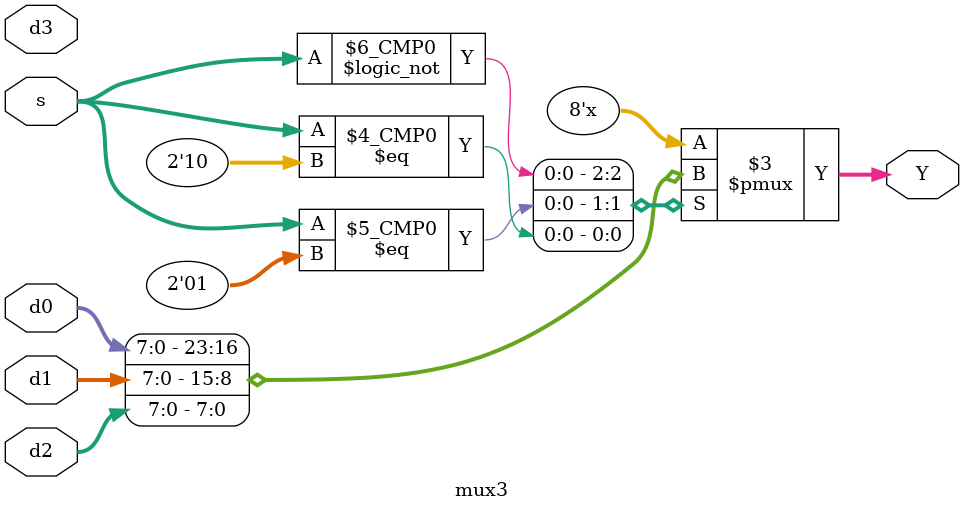
<source format=sv>
module mux3 #(parameter WIDTH = 8)
            (input logic [WIDTH-1:0] d0,d1,d2,d3,
            input logic [1:0] s,
            output logic [WIDTH-1:0] Y);

    always_comb
        case ( s )
            2'b00: Y = d0;
            2'b01: Y = d1;
            2'b10: Y = d2;            
            default: Y = 16'hxxxx;
        endcase
endmodule

</source>
